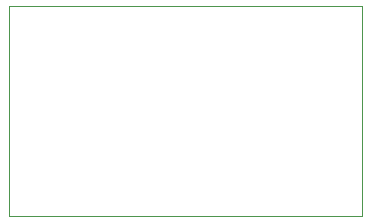
<source format=gko>
G04*
G04 #@! TF.GenerationSoftware,Altium Limited,Altium Designer,20.1.11 (218)*
G04*
G04 Layer_Color=16711935*
%FSLAX25Y25*%
%MOIN*%
G70*
G04*
G04 #@! TF.SameCoordinates,065DB7FD-4843-4C92-90AC-568386BA0B10*
G04*
G04*
G04 #@! TF.FilePolarity,Positive*
G04*
G01*
G75*
%ADD27C,0.00394*%
D27*
X130000Y127500D02*
Y197500D01*
Y127500D02*
X247500D01*
Y197500D01*
X130000D02*
X247500D01*
M02*

</source>
